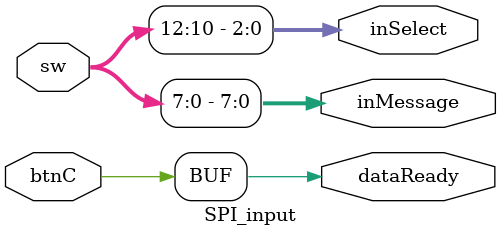
<source format=v>
`timescale 1ns / 1ps


module SPI_input(
    input [12:0] sw,
//    input [12:10]sw,
    input btnC,
    output [7:0] inMessage,
    output [2:0] inSelect, 
    output dataReady
    );
 
assign inMessage[7:0] = sw[7:0];
assign inSelect [2:0] = sw[12:10];
assign dataReady = btnC;
    
endmodule

</source>
